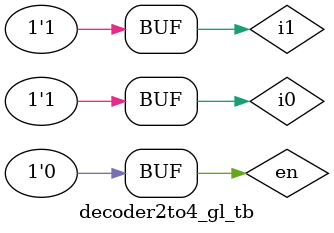
<source format=v>
module decoder2to4_gl(i0, i1, en, y0,
y1, y2, y3);
input i0, i1, en;
output y0, y1, y2, y3;
wire i0bar, i1bar;
not g1(i0bar, i0);
not g2(i1bar, i1);
and g3(y0, i0bar, i1bar, en);
and g4(y1, i0bar, i1, en);
and g5(y2, i0, i1bar, en);
and g6(y3, i0, i1, en);
endmodule
module decoder2to4_gl_tb;
reg i0, i1, en;
wire y0, y1, y2, y3;
decoder2to4_gl d1(i0, i1, en, y0, y1,
y2, y3);
initial
begin
i0=1'b0; i1=1'b0; en=1'b0;
$monitor("Time:%0f, en=%b, i0=%b,i1=%b, y0=%b, y1=%b, y2=%b, y3=%b",$time, en, i0, i1, y0, y1, y2, y3);
#5 en=1'b1; i0=1'b0; i1=1'b0;
#5 en=1'b1; i0=1'b0; i1=1'b1;
#5 en=1'b1; i0=1'b1; i1=1'b0;
#5 en=1'b1; i0=1'b1; i1=1'b1;
#5 en=1'b0; i0=1'b1; i1=1'b1;
end
endmodule
</source>
